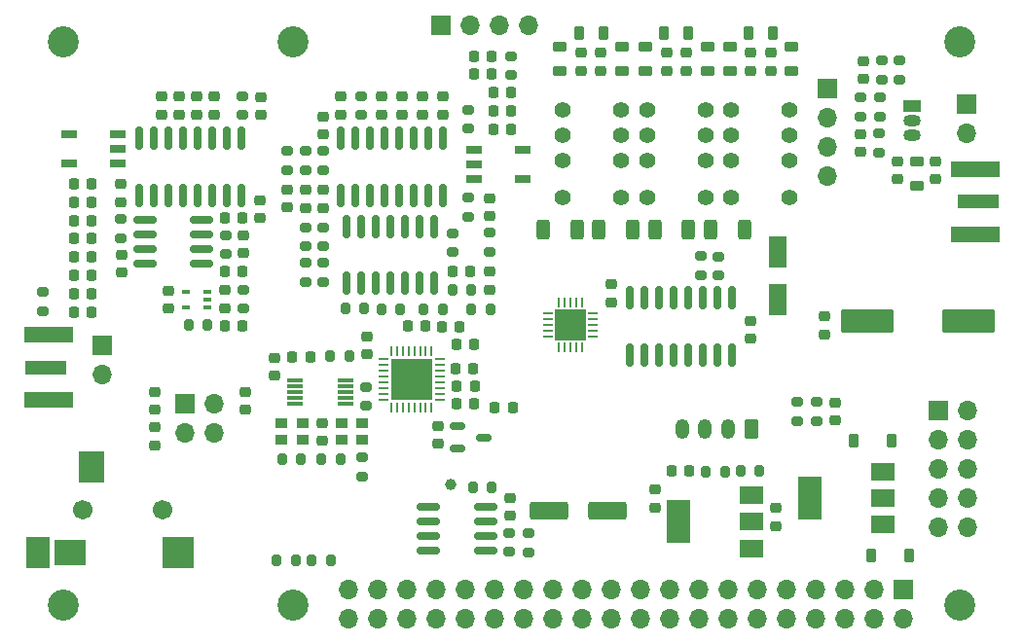
<source format=gts>
G04 #@! TF.GenerationSoftware,KiCad,Pcbnew,7.0.10*
G04 #@! TF.CreationDate,2024-02-06T16:41:22-06:00*
G04 #@! TF.ProjectId,radiohead,72616469-6f68-4656-9164-2e6b69636164,2.0*
G04 #@! TF.SameCoordinates,Original*
G04 #@! TF.FileFunction,Soldermask,Top*
G04 #@! TF.FilePolarity,Negative*
%FSLAX46Y46*%
G04 Gerber Fmt 4.6, Leading zero omitted, Abs format (unit mm)*
G04 Created by KiCad (PCBNEW 7.0.10) date 2024-02-06 16:41:22*
%MOMM*%
%LPD*%
G01*
G04 APERTURE LIST*
G04 Aperture macros list*
%AMRoundRect*
0 Rectangle with rounded corners*
0 $1 Rounding radius*
0 $2 $3 $4 $5 $6 $7 $8 $9 X,Y pos of 4 corners*
0 Add a 4 corners polygon primitive as box body*
4,1,4,$2,$3,$4,$5,$6,$7,$8,$9,$2,$3,0*
0 Add four circle primitives for the rounded corners*
1,1,$1+$1,$2,$3*
1,1,$1+$1,$4,$5*
1,1,$1+$1,$6,$7*
1,1,$1+$1,$8,$9*
0 Add four rect primitives between the rounded corners*
20,1,$1+$1,$2,$3,$4,$5,0*
20,1,$1+$1,$4,$5,$6,$7,0*
20,1,$1+$1,$6,$7,$8,$9,0*
20,1,$1+$1,$8,$9,$2,$3,0*%
G04 Aperture macros list end*
%ADD10RoundRect,0.225000X0.250000X-0.225000X0.250000X0.225000X-0.250000X0.225000X-0.250000X-0.225000X0*%
%ADD11RoundRect,0.200000X-0.275000X0.200000X-0.275000X-0.200000X0.275000X-0.200000X0.275000X0.200000X0*%
%ADD12RoundRect,0.200000X0.200000X0.275000X-0.200000X0.275000X-0.200000X-0.275000X0.200000X-0.275000X0*%
%ADD13RoundRect,0.225000X-0.250000X0.225000X-0.250000X-0.225000X0.250000X-0.225000X0.250000X0.225000X0*%
%ADD14RoundRect,0.225000X0.225000X0.250000X-0.225000X0.250000X-0.225000X-0.250000X0.225000X-0.250000X0*%
%ADD15RoundRect,0.225000X-0.225000X-0.250000X0.225000X-0.250000X0.225000X0.250000X-0.225000X0.250000X0*%
%ADD16RoundRect,0.218750X0.218750X0.256250X-0.218750X0.256250X-0.218750X-0.256250X0.218750X-0.256250X0*%
%ADD17RoundRect,0.218750X-0.218750X-0.256250X0.218750X-0.256250X0.218750X0.256250X-0.218750X0.256250X0*%
%ADD18C,2.700000*%
%ADD19R,3.600000X1.270000*%
%ADD20R,4.200000X1.350000*%
%ADD21RoundRect,0.200000X0.275000X-0.200000X0.275000X0.200000X-0.275000X0.200000X-0.275000X-0.200000X0*%
%ADD22RoundRect,0.200000X-0.200000X-0.275000X0.200000X-0.275000X0.200000X0.275000X-0.200000X0.275000X0*%
%ADD23R,1.400000X0.300000*%
%ADD24RoundRect,0.225000X-0.225000X-0.375000X0.225000X-0.375000X0.225000X0.375000X-0.225000X0.375000X0*%
%ADD25RoundRect,0.150000X-0.825000X-0.150000X0.825000X-0.150000X0.825000X0.150000X-0.825000X0.150000X0*%
%ADD26RoundRect,0.062500X0.337500X0.062500X-0.337500X0.062500X-0.337500X-0.062500X0.337500X-0.062500X0*%
%ADD27RoundRect,0.062500X0.062500X0.337500X-0.062500X0.337500X-0.062500X-0.337500X0.062500X-0.337500X0*%
%ADD28R,3.600000X3.600000*%
%ADD29RoundRect,0.150000X0.150000X-0.825000X0.150000X0.825000X-0.150000X0.825000X-0.150000X-0.825000X0*%
%ADD30RoundRect,0.250001X-2.049999X-0.799999X2.049999X-0.799999X2.049999X0.799999X-2.049999X0.799999X0*%
%ADD31R,1.700000X1.700000*%
%ADD32O,1.700000X1.700000*%
%ADD33C,1.000000*%
%ADD34R,2.000000X1.500000*%
%ADD35R,2.000000X3.800000*%
%ADD36R,1.400000X0.760000*%
%ADD37RoundRect,0.250000X1.412500X0.550000X-1.412500X0.550000X-1.412500X-0.550000X1.412500X-0.550000X0*%
%ADD38RoundRect,0.150000X0.825000X0.150000X-0.825000X0.150000X-0.825000X-0.150000X0.825000X-0.150000X0*%
%ADD39RoundRect,0.150000X-0.512500X-0.150000X0.512500X-0.150000X0.512500X0.150000X-0.512500X0.150000X0*%
%ADD40RoundRect,0.225000X0.225000X0.375000X-0.225000X0.375000X-0.225000X-0.375000X0.225000X-0.375000X0*%
%ADD41RoundRect,0.250000X0.312500X0.625000X-0.312500X0.625000X-0.312500X-0.625000X0.312500X-0.625000X0*%
%ADD42RoundRect,0.218750X0.218750X0.381250X-0.218750X0.381250X-0.218750X-0.381250X0.218750X-0.381250X0*%
%ADD43RoundRect,0.250000X0.350000X0.625000X-0.350000X0.625000X-0.350000X-0.625000X0.350000X-0.625000X0*%
%ADD44O,1.200000X1.750000*%
%ADD45RoundRect,0.218750X-0.381250X0.218750X-0.381250X-0.218750X0.381250X-0.218750X0.381250X0.218750X0*%
%ADD46RoundRect,0.062500X-0.337500X-0.062500X0.337500X-0.062500X0.337500X0.062500X-0.337500X0.062500X0*%
%ADD47RoundRect,0.062500X-0.062500X-0.337500X0.062500X-0.337500X0.062500X0.337500X-0.062500X0.337500X0*%
%ADD48R,2.700000X2.700000*%
%ADD49R,1.500000X1.050000*%
%ADD50O,1.500000X1.050000*%
%ADD51R,1.050000X0.950000*%
%ADD52C,1.400000*%
%ADD53RoundRect,0.218750X0.381250X-0.218750X0.381250X0.218750X-0.381250X0.218750X-0.381250X-0.218750X0*%
%ADD54R,0.650000X0.400000*%
%ADD55RoundRect,0.250000X-0.550000X1.137500X-0.550000X-1.137500X0.550000X-1.137500X0.550000X1.137500X0*%
%ADD56C,1.701800*%
%ADD57R,2.006600X2.794000*%
%ADD58R,2.794000X2.794000*%
%ADD59R,2.209800X2.794000*%
%ADD60R,2.794000X2.209800*%
%ADD61RoundRect,0.150000X-0.150000X0.825000X-0.150000X-0.825000X0.150000X-0.825000X0.150000X0.825000X0*%
G04 APERTURE END LIST*
D10*
X92043200Y-109826600D03*
X92043200Y-108276600D03*
D11*
X99138000Y-125078400D03*
X99138000Y-126728400D03*
D12*
X96055400Y-128187400D03*
X94405400Y-128187400D03*
D10*
X100633200Y-118834600D03*
X100633200Y-117284600D03*
X95126532Y-109826600D03*
X95126532Y-108276600D03*
D13*
X99153700Y-120340400D03*
X99153700Y-121890400D03*
D10*
X109897600Y-130711400D03*
X109897600Y-129161400D03*
X96668200Y-109826600D03*
X96668200Y-108276600D03*
D14*
X119258900Y-129822800D03*
X117708900Y-129822800D03*
X120788200Y-106321600D03*
X119238200Y-106321600D03*
D15*
X120918200Y-109503600D03*
X122468200Y-109503600D03*
D16*
X120800700Y-104755600D03*
X119225700Y-104755600D03*
D17*
X120905700Y-107907600D03*
X122480700Y-107907600D03*
D16*
X122480700Y-111099600D03*
X120905700Y-111099600D03*
D18*
X103500000Y-103500000D03*
X161500000Y-103500000D03*
D14*
X85987800Y-115868974D03*
X84437800Y-115868974D03*
D16*
X86000300Y-123830844D03*
X84425300Y-123830844D03*
D17*
X84425300Y-119053722D03*
X86000300Y-119053722D03*
D16*
X86000300Y-117461348D03*
X84425300Y-117461348D03*
X86000300Y-125423218D03*
X84425300Y-125423218D03*
D19*
X82030000Y-131857600D03*
D20*
X82230000Y-129032600D03*
X82230000Y-134682600D03*
D21*
X104592600Y-124388800D03*
X104592600Y-122738800D03*
X117398000Y-121809800D03*
X117398000Y-120159800D03*
D12*
X112825400Y-126784200D03*
X111175400Y-126784200D03*
D11*
X106159800Y-122739000D03*
X106159800Y-124389000D03*
D21*
X97610400Y-121974800D03*
X97610400Y-120324800D03*
X88511500Y-120602200D03*
X88511500Y-118952200D03*
X99064800Y-109887200D03*
X99064800Y-108237200D03*
X109450080Y-109884600D03*
X109450080Y-108234600D03*
D14*
X104988200Y-130921600D03*
X103438200Y-130921600D03*
D15*
X117737200Y-133459200D03*
X119287200Y-133459200D03*
D22*
X114869200Y-126788200D03*
X116519200Y-126788200D03*
D12*
X109681200Y-126715600D03*
X108031200Y-126715600D03*
D14*
X99091040Y-118870500D03*
X97541040Y-118870500D03*
D22*
X119124400Y-142267400D03*
X120774400Y-142267400D03*
D21*
X123993000Y-147953800D03*
X123993000Y-146303800D03*
D18*
X103500000Y-152500000D03*
D15*
X97556800Y-128197400D03*
X99106800Y-128197400D03*
D23*
X108093500Y-135009500D03*
X108093500Y-134509500D03*
X108093500Y-134009500D03*
X108093500Y-133509500D03*
X108093500Y-133009500D03*
X103693500Y-133009500D03*
X103693500Y-133509500D03*
X103693500Y-134009500D03*
X103693500Y-134509500D03*
X103693500Y-135009500D03*
D10*
X93584866Y-109826600D03*
X93584866Y-108276600D03*
D14*
X119245800Y-134985200D03*
X117695800Y-134985200D03*
D10*
X88569460Y-123614060D03*
X88569460Y-122064060D03*
D14*
X99131300Y-123474500D03*
X97581300Y-123474500D03*
X85987800Y-122238470D03*
X84437800Y-122238470D03*
D18*
X161500000Y-152500000D03*
D24*
X153760000Y-148228000D03*
X157060000Y-148228000D03*
D25*
X115288600Y-143949600D03*
X115288600Y-145219600D03*
X115288600Y-146489600D03*
X115288600Y-147759600D03*
X120238600Y-147759600D03*
X120238600Y-146489600D03*
X120238600Y-145219600D03*
X120238600Y-143949600D03*
D26*
X116247200Y-134647200D03*
X116247200Y-134147200D03*
X116247200Y-133647200D03*
X116247200Y-133147200D03*
X116247200Y-132647200D03*
X116247200Y-132147200D03*
X116247200Y-131647200D03*
X116247200Y-131147200D03*
D27*
X115547200Y-130447200D03*
X115047200Y-130447200D03*
X114547200Y-130447200D03*
X114047200Y-130447200D03*
X113547200Y-130447200D03*
X113047200Y-130447200D03*
X112547200Y-130447200D03*
X112047200Y-130447200D03*
D26*
X111347200Y-131147200D03*
X111347200Y-131647200D03*
X111347200Y-132147200D03*
X111347200Y-132647200D03*
X111347200Y-133147200D03*
X111347200Y-133647200D03*
X111347200Y-134147200D03*
X111347200Y-134647200D03*
D27*
X112047200Y-135347200D03*
X112547200Y-135347200D03*
X113047200Y-135347200D03*
X113547200Y-135347200D03*
X114047200Y-135347200D03*
X114547200Y-135347200D03*
X115047200Y-135347200D03*
X115547200Y-135347200D03*
D28*
X113797200Y-132897200D03*
D21*
X122319000Y-147887200D03*
X122319000Y-146237200D03*
D14*
X118003200Y-128293800D03*
X116453200Y-128293800D03*
D10*
X106110400Y-111548200D03*
X106110400Y-109998200D03*
D13*
X88487800Y-115911400D03*
X88487800Y-117461400D03*
D14*
X119192600Y-131949200D03*
X117642600Y-131949200D03*
D10*
X91449200Y-138618000D03*
X91449200Y-137068000D03*
D13*
X91464000Y-133967200D03*
X91464000Y-135517200D03*
X99370200Y-133981800D03*
X99370200Y-135531800D03*
D29*
X107673200Y-116851600D03*
X108943200Y-116851600D03*
X110213200Y-116851600D03*
X111483200Y-116851600D03*
X112753200Y-116851600D03*
X114023200Y-116851600D03*
X115293200Y-116851600D03*
X116563200Y-116851600D03*
X116563200Y-111901600D03*
X115293200Y-111901600D03*
X114023200Y-111901600D03*
X112753200Y-111901600D03*
X111483200Y-111901600D03*
X110213200Y-111901600D03*
X108943200Y-111901600D03*
X107673200Y-111901600D03*
D15*
X84437800Y-120646096D03*
X85987800Y-120646096D03*
D14*
X85987800Y-127015598D03*
X84437800Y-127015598D03*
D10*
X116099400Y-138484000D03*
X116099400Y-136934000D03*
X106034800Y-138226000D03*
X106034800Y-136676000D03*
D15*
X117392400Y-123485200D03*
X118942400Y-123485200D03*
D30*
X153410000Y-127808000D03*
X162210000Y-127808000D03*
D13*
X101893200Y-131001600D03*
X101893200Y-132551600D03*
D15*
X121061000Y-135315400D03*
X122611000Y-135315400D03*
D31*
X159620000Y-135636000D03*
D32*
X162160000Y-135636000D03*
X159620000Y-138176000D03*
X162160000Y-138176000D03*
X159620000Y-140716000D03*
X162160000Y-140716000D03*
X159620000Y-143256000D03*
X162160000Y-143256000D03*
X159620000Y-145796000D03*
X162160000Y-145796000D03*
D11*
X147374600Y-134883800D03*
X147374600Y-136533800D03*
D21*
X149050000Y-136513000D03*
X149050000Y-134863000D03*
D11*
X104587000Y-119660000D03*
X104587000Y-121310000D03*
D21*
X106147200Y-121312600D03*
X106147200Y-119662600D03*
D33*
X117239800Y-142029400D03*
D34*
X154780000Y-145498000D03*
X154780000Y-143198000D03*
D35*
X148480000Y-143198000D03*
D34*
X154780000Y-140898000D03*
D22*
X117351400Y-125104800D03*
X119001400Y-125104800D03*
D10*
X92686800Y-126698200D03*
X92686800Y-125148200D03*
D36*
X119272200Y-115417600D03*
X119272200Y-114147600D03*
X119272200Y-112877600D03*
X123482200Y-115417600D03*
X123482200Y-112877600D03*
X88228200Y-111555600D03*
X88228200Y-112825600D03*
X88228200Y-114095600D03*
X84018200Y-111555600D03*
X84018200Y-114095600D03*
D12*
X144075600Y-140880800D03*
X142425600Y-140880800D03*
X141043400Y-140899200D03*
X139393400Y-140899200D03*
D10*
X122351800Y-144742200D03*
X122351800Y-143192200D03*
D13*
X149719200Y-127428600D03*
X149719200Y-128978600D03*
X107676800Y-108284600D03*
X107676800Y-109834600D03*
X150680000Y-134913000D03*
X150680000Y-136463000D03*
X145457800Y-144090400D03*
X145457800Y-145640400D03*
D34*
X143358000Y-147588000D03*
X143358000Y-145288000D03*
D35*
X137058000Y-145288000D03*
D34*
X143358000Y-142988000D03*
D22*
X119018600Y-126779600D03*
X120668600Y-126779600D03*
D15*
X113446000Y-128279800D03*
X114996000Y-128279800D03*
D10*
X134950200Y-144031000D03*
X134950200Y-142481000D03*
D37*
X130877500Y-144348000D03*
X125802500Y-144348000D03*
D38*
X95539800Y-122793200D03*
X95539800Y-121523200D03*
X95539800Y-120253200D03*
X95539800Y-118983200D03*
X90589800Y-118983200D03*
X90589800Y-120253200D03*
X90589800Y-121523200D03*
X90589800Y-122793200D03*
D10*
X97576600Y-126689200D03*
X97576600Y-125139200D03*
X120601400Y-125081200D03*
X120601400Y-123531200D03*
X106123200Y-117964600D03*
X106123200Y-116414600D03*
X104573200Y-117954600D03*
X104573200Y-116404600D03*
X114769920Y-109834600D03*
X114769920Y-108284600D03*
X111223360Y-109834600D03*
X111223360Y-108284600D03*
X116543200Y-109834600D03*
X116543200Y-108284600D03*
X112996640Y-109834600D03*
X112996640Y-108284600D03*
D21*
X120578200Y-121783600D03*
X120578200Y-120133600D03*
X118712000Y-118719200D03*
X118712000Y-117069200D03*
D11*
X118753200Y-109404600D03*
X118753200Y-111054600D03*
D21*
X106113200Y-114684600D03*
X106113200Y-113034600D03*
X104553200Y-114664600D03*
X104553200Y-113014600D03*
X103023200Y-114654600D03*
X103023200Y-113004600D03*
D10*
X103023200Y-117944600D03*
X103023200Y-116394600D03*
D39*
X117808900Y-136989200D03*
X117808900Y-138889200D03*
X120083900Y-137939200D03*
D40*
X155540000Y-138238000D03*
X152240000Y-138238000D03*
D11*
X122445000Y-104770000D03*
X122445000Y-106420000D03*
D29*
X108178600Y-124522000D03*
X109448600Y-124522000D03*
X110718600Y-124522000D03*
X111988600Y-124522000D03*
X113258600Y-124522000D03*
X114528600Y-124522000D03*
X115798600Y-124522000D03*
X115798600Y-119572000D03*
X114528600Y-119572000D03*
X113258600Y-119572000D03*
X111988600Y-119572000D03*
X110718600Y-119572000D03*
X109448600Y-119572000D03*
X108178600Y-119572000D03*
D41*
X137900832Y-119815000D03*
X134975832Y-119815000D03*
D22*
X105950000Y-139855000D03*
X107600000Y-139855000D03*
D42*
X130497500Y-102785000D03*
X128372500Y-102785000D03*
D43*
X143345000Y-137215000D03*
D44*
X141345000Y-137215000D03*
X139345000Y-137215000D03*
X137345000Y-137215000D03*
D11*
X140505000Y-122190000D03*
X140505000Y-123840000D03*
D13*
X130287220Y-104470000D03*
X130287220Y-106020000D03*
D31*
X149955000Y-107545000D03*
D32*
X149955000Y-110085000D03*
X149955000Y-112625000D03*
X149955000Y-115165000D03*
D21*
X156215000Y-106790000D03*
X156215000Y-105140000D03*
D22*
X102080000Y-148655000D03*
X103730000Y-148655000D03*
D45*
X141485000Y-103912500D03*
X141485000Y-106037500D03*
D22*
X106718600Y-130835400D03*
X108368600Y-130835400D03*
D46*
X125665000Y-127145000D03*
X125665000Y-127645000D03*
X125665000Y-128145000D03*
X125665000Y-128645000D03*
X125665000Y-129145000D03*
D47*
X126615000Y-130095000D03*
X127115000Y-130095000D03*
X127615000Y-130095000D03*
X128115000Y-130095000D03*
X128615000Y-130095000D03*
D46*
X129565000Y-129145000D03*
X129565000Y-128645000D03*
X129565000Y-128145000D03*
X129565000Y-127645000D03*
X129565000Y-127145000D03*
D47*
X128615000Y-126195000D03*
X128115000Y-126195000D03*
X127615000Y-126195000D03*
X127115000Y-126195000D03*
X126615000Y-126195000D03*
D48*
X127615000Y-128145000D03*
D22*
X105140000Y-148645000D03*
X106790000Y-148645000D03*
D45*
X126705000Y-103912500D03*
X126705000Y-106037500D03*
D49*
X157345000Y-109135000D03*
D50*
X157345000Y-110405000D03*
X157345000Y-111675000D03*
D13*
X120579800Y-117119800D03*
X120579800Y-118669800D03*
D51*
X102510000Y-138128200D03*
X104360000Y-138128200D03*
X104360000Y-136678200D03*
X102510000Y-136678200D03*
D11*
X109515000Y-139710000D03*
X109515000Y-141360000D03*
D21*
X81765000Y-126950000D03*
X81765000Y-125300000D03*
D10*
X156055000Y-115480000D03*
X156055000Y-113930000D03*
D41*
X142757500Y-119815000D03*
X139832500Y-119815000D03*
D45*
X146865000Y-103912500D03*
X146865000Y-106037500D03*
D13*
X159375000Y-113930000D03*
X159375000Y-115480000D03*
X128556110Y-104470000D03*
X128556110Y-106020000D03*
D31*
X86895000Y-129915000D03*
D32*
X86895000Y-132455000D03*
D13*
X143318333Y-104470000D03*
X143318333Y-106020000D03*
D52*
X132025000Y-117035000D03*
X132025000Y-113835000D03*
X132025000Y-111635000D03*
X132025000Y-109435000D03*
X126945000Y-109435000D03*
X126945000Y-111635000D03*
X126945000Y-113835000D03*
X126945000Y-117035000D03*
D19*
X163060000Y-117440000D03*
D20*
X162860000Y-120265000D03*
X162860000Y-114615000D03*
D29*
X132790000Y-130750000D03*
X134060000Y-130750000D03*
X135330000Y-130750000D03*
X136600000Y-130750000D03*
X137870000Y-130750000D03*
X139140000Y-130750000D03*
X140410000Y-130750000D03*
X141680000Y-130750000D03*
X141680000Y-125800000D03*
X140410000Y-125800000D03*
X139140000Y-125800000D03*
X137870000Y-125800000D03*
X136600000Y-125800000D03*
X135330000Y-125800000D03*
X134060000Y-125800000D03*
X132790000Y-125800000D03*
D14*
X137950000Y-140895000D03*
X136400000Y-140895000D03*
D13*
X131185000Y-124640000D03*
X131185000Y-126190000D03*
D45*
X139573333Y-103912500D03*
X139573333Y-106037500D03*
D13*
X143265000Y-127780000D03*
X143265000Y-129330000D03*
D21*
X154495000Y-113130000D03*
X154495000Y-111480000D03*
D45*
X134103333Y-103912500D03*
X134103333Y-106037500D03*
D53*
X157725000Y-116037500D03*
X157725000Y-113912500D03*
D13*
X145031666Y-104470000D03*
X145031666Y-106020000D03*
D10*
X153115000Y-106740000D03*
X153115000Y-105190000D03*
D31*
X94124600Y-135032800D03*
D32*
X96664600Y-135032800D03*
X94124600Y-137572800D03*
X96664600Y-137572800D03*
D13*
X137709999Y-104470000D03*
X137709999Y-106020000D03*
D10*
X152885000Y-113080000D03*
X152885000Y-111530000D03*
D21*
X109860400Y-135195400D03*
X109860400Y-133545400D03*
D54*
X96075000Y-126605000D03*
X96075000Y-125955000D03*
X96075000Y-125305000D03*
X94175000Y-125305000D03*
X94175000Y-126605000D03*
D18*
X83500000Y-103500000D03*
D11*
X138965000Y-122180000D03*
X138965000Y-123830000D03*
D31*
X162095000Y-108945000D03*
D32*
X162095000Y-111485000D03*
D52*
X146715000Y-117035000D03*
X146715000Y-113835000D03*
X146715000Y-111635000D03*
X146715000Y-109435000D03*
X141635000Y-109435000D03*
X141635000Y-111635000D03*
X141635000Y-113835000D03*
X141635000Y-117035000D03*
D51*
X107690000Y-138129200D03*
X109540000Y-138129200D03*
X109540000Y-136679200D03*
X107690000Y-136679200D03*
D41*
X133044166Y-119815000D03*
X130119166Y-119815000D03*
X128187500Y-119815000D03*
X125262500Y-119815000D03*
D13*
X135966666Y-104470000D03*
X135966666Y-106020000D03*
X100675600Y-108322200D03*
X100675600Y-109872200D03*
D52*
X139393333Y-117035000D03*
X139393333Y-113835000D03*
X139393333Y-111635000D03*
X139393333Y-109435000D03*
X134313333Y-109435000D03*
X134313333Y-111635000D03*
X134313333Y-113835000D03*
X134313333Y-117035000D03*
D55*
X145655000Y-121792500D03*
X145655000Y-125917500D03*
D18*
X83500000Y-152500000D03*
D56*
X85174701Y-144255000D03*
X92174700Y-144255000D03*
D57*
X81274699Y-147955000D03*
D58*
X93474700Y-147955000D03*
D59*
X85974700Y-140555000D03*
D60*
X84074701Y-147955000D03*
D31*
X116375000Y-102085000D03*
D32*
X118915000Y-102085000D03*
X121455000Y-102085000D03*
X123995000Y-102085000D03*
D12*
X104170000Y-139855000D03*
X102520000Y-139855000D03*
D61*
X99034600Y-111901600D03*
X97764600Y-111901600D03*
X96494600Y-111901600D03*
X95224600Y-111901600D03*
X93954600Y-111901600D03*
X92684600Y-111901600D03*
X91414600Y-111901600D03*
X90144600Y-111901600D03*
X90144600Y-116851600D03*
X91414600Y-116851600D03*
X92684600Y-116851600D03*
X93954600Y-116851600D03*
X95224600Y-116851600D03*
X96494600Y-116851600D03*
X97764600Y-116851600D03*
X99034600Y-116851600D03*
D42*
X145247500Y-102785000D03*
X143122500Y-102785000D03*
D21*
X152895000Y-110010000D03*
X152895000Y-108360000D03*
D45*
X132138332Y-103912500D03*
X132138332Y-106037500D03*
D42*
X137895833Y-102785000D03*
X135770833Y-102785000D03*
D21*
X154535000Y-110010000D03*
X154535000Y-108360000D03*
D11*
X154715000Y-105140000D03*
X154715000Y-106790000D03*
D31*
X156600000Y-151200000D03*
D32*
X156600000Y-153740000D03*
X154060000Y-151200000D03*
X154060000Y-153740000D03*
X151520000Y-151200000D03*
X151520000Y-153740000D03*
X148980000Y-151200000D03*
X148980000Y-153740000D03*
X146440000Y-151200000D03*
X146440000Y-153740000D03*
X143900000Y-151200000D03*
X143900000Y-153740000D03*
X141360000Y-151200000D03*
X141360000Y-153740000D03*
X138820000Y-151200000D03*
X138820000Y-153740000D03*
X136280000Y-151200000D03*
X136280000Y-153740000D03*
X133740000Y-151200000D03*
X133740000Y-153740000D03*
X131200000Y-151200000D03*
X131200000Y-153740000D03*
X128660000Y-151200000D03*
X128660000Y-153740000D03*
X126120000Y-151200000D03*
X126120000Y-153740000D03*
X123580000Y-151200000D03*
X123580000Y-153740000D03*
X121040000Y-151200000D03*
X121040000Y-153740000D03*
X118500000Y-151200000D03*
X118500000Y-153740000D03*
X115960000Y-151200000D03*
X115960000Y-153740000D03*
X113420000Y-151200000D03*
X113420000Y-153740000D03*
X110880000Y-151200000D03*
X110880000Y-153740000D03*
X108340000Y-151200000D03*
X108340000Y-153740000D03*
M02*

</source>
